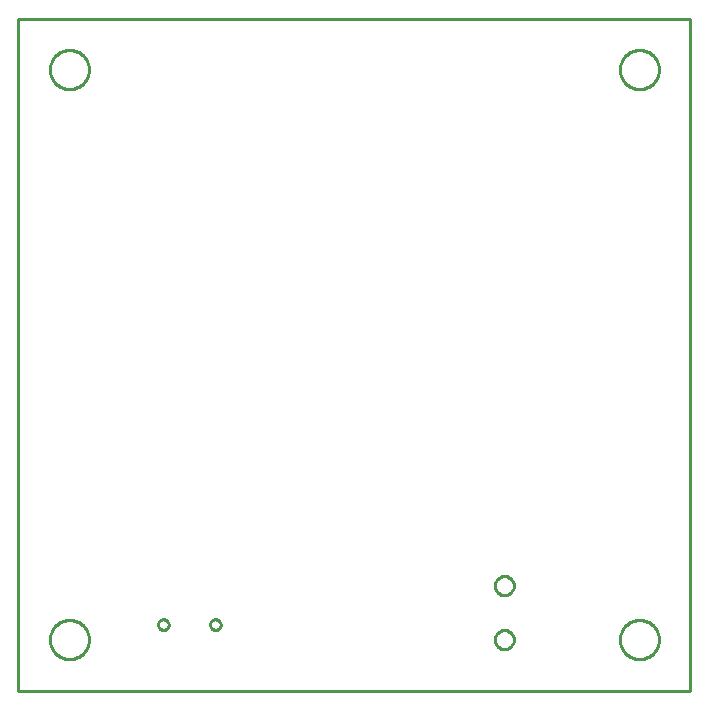
<source format=gbr>
G04 EAGLE Gerber RS-274X export*
G75*
%MOMM*%
%FSLAX34Y34*%
%LPD*%
%IN*%
%IPPOS*%
%AMOC8*
5,1,8,0,0,1.08239X$1,22.5*%
G01*
%ADD10C,0.254000*%


D10*
X-5080Y-5080D02*
X563880Y-5080D01*
X563880Y563880D01*
X-5080Y563880D01*
X-5080Y-5080D01*
X537210Y37560D02*
X537139Y36481D01*
X536998Y35409D01*
X536787Y34349D01*
X536508Y33305D01*
X536160Y32281D01*
X535746Y31283D01*
X535268Y30313D01*
X534728Y29377D01*
X534127Y28478D01*
X533469Y27621D01*
X532757Y26808D01*
X531992Y26044D01*
X531179Y25331D01*
X530322Y24673D01*
X529423Y24072D01*
X528487Y23532D01*
X527517Y23054D01*
X526519Y22640D01*
X525495Y22292D01*
X524451Y22013D01*
X523391Y21802D01*
X522319Y21661D01*
X521240Y21590D01*
X520160Y21590D01*
X519081Y21661D01*
X518009Y21802D01*
X516949Y22013D01*
X515905Y22292D01*
X514881Y22640D01*
X513883Y23054D01*
X512913Y23532D01*
X511977Y24072D01*
X511078Y24673D01*
X510221Y25331D01*
X509408Y26044D01*
X508644Y26808D01*
X507931Y27621D01*
X507273Y28478D01*
X506672Y29377D01*
X506132Y30313D01*
X505654Y31283D01*
X505240Y32281D01*
X504892Y33305D01*
X504613Y34349D01*
X504402Y35409D01*
X504261Y36481D01*
X504190Y37560D01*
X504190Y38640D01*
X504261Y39719D01*
X504402Y40791D01*
X504613Y41851D01*
X504892Y42895D01*
X505240Y43919D01*
X505654Y44917D01*
X506132Y45887D01*
X506672Y46823D01*
X507273Y47722D01*
X507931Y48579D01*
X508644Y49392D01*
X509408Y50157D01*
X510221Y50869D01*
X511078Y51527D01*
X511977Y52128D01*
X512913Y52668D01*
X513883Y53146D01*
X514881Y53560D01*
X515905Y53908D01*
X516949Y54187D01*
X518009Y54398D01*
X519081Y54539D01*
X520160Y54610D01*
X521240Y54610D01*
X522319Y54539D01*
X523391Y54398D01*
X524451Y54187D01*
X525495Y53908D01*
X526519Y53560D01*
X527517Y53146D01*
X528487Y52668D01*
X529423Y52128D01*
X530322Y51527D01*
X531179Y50869D01*
X531992Y50157D01*
X532757Y49392D01*
X533469Y48579D01*
X534127Y47722D01*
X534728Y46823D01*
X535268Y45887D01*
X535746Y44917D01*
X536160Y43919D01*
X536508Y42895D01*
X536787Y41851D01*
X536998Y40791D01*
X537139Y39719D01*
X537210Y38640D01*
X537210Y37560D01*
X54610Y37560D02*
X54539Y36481D01*
X54398Y35409D01*
X54187Y34349D01*
X53908Y33305D01*
X53560Y32281D01*
X53146Y31283D01*
X52668Y30313D01*
X52128Y29377D01*
X51527Y28478D01*
X50869Y27621D01*
X50157Y26808D01*
X49392Y26044D01*
X48579Y25331D01*
X47722Y24673D01*
X46823Y24072D01*
X45887Y23532D01*
X44917Y23054D01*
X43919Y22640D01*
X42895Y22292D01*
X41851Y22013D01*
X40791Y21802D01*
X39719Y21661D01*
X38640Y21590D01*
X37560Y21590D01*
X36481Y21661D01*
X35409Y21802D01*
X34349Y22013D01*
X33305Y22292D01*
X32281Y22640D01*
X31283Y23054D01*
X30313Y23532D01*
X29377Y24072D01*
X28478Y24673D01*
X27621Y25331D01*
X26808Y26044D01*
X26044Y26808D01*
X25331Y27621D01*
X24673Y28478D01*
X24072Y29377D01*
X23532Y30313D01*
X23054Y31283D01*
X22640Y32281D01*
X22292Y33305D01*
X22013Y34349D01*
X21802Y35409D01*
X21661Y36481D01*
X21590Y37560D01*
X21590Y38640D01*
X21661Y39719D01*
X21802Y40791D01*
X22013Y41851D01*
X22292Y42895D01*
X22640Y43919D01*
X23054Y44917D01*
X23532Y45887D01*
X24072Y46823D01*
X24673Y47722D01*
X25331Y48579D01*
X26044Y49392D01*
X26808Y50157D01*
X27621Y50869D01*
X28478Y51527D01*
X29377Y52128D01*
X30313Y52668D01*
X31283Y53146D01*
X32281Y53560D01*
X33305Y53908D01*
X34349Y54187D01*
X35409Y54398D01*
X36481Y54539D01*
X37560Y54610D01*
X38640Y54610D01*
X39719Y54539D01*
X40791Y54398D01*
X41851Y54187D01*
X42895Y53908D01*
X43919Y53560D01*
X44917Y53146D01*
X45887Y52668D01*
X46823Y52128D01*
X47722Y51527D01*
X48579Y50869D01*
X49392Y50157D01*
X50157Y49392D01*
X50869Y48579D01*
X51527Y47722D01*
X52128Y46823D01*
X52668Y45887D01*
X53146Y44917D01*
X53560Y43919D01*
X53908Y42895D01*
X54187Y41851D01*
X54398Y40791D01*
X54539Y39719D01*
X54610Y38640D01*
X54610Y37560D01*
X537210Y520160D02*
X537139Y519081D01*
X536998Y518009D01*
X536787Y516949D01*
X536508Y515905D01*
X536160Y514881D01*
X535746Y513883D01*
X535268Y512913D01*
X534728Y511977D01*
X534127Y511078D01*
X533469Y510221D01*
X532757Y509408D01*
X531992Y508644D01*
X531179Y507931D01*
X530322Y507273D01*
X529423Y506672D01*
X528487Y506132D01*
X527517Y505654D01*
X526519Y505240D01*
X525495Y504892D01*
X524451Y504613D01*
X523391Y504402D01*
X522319Y504261D01*
X521240Y504190D01*
X520160Y504190D01*
X519081Y504261D01*
X518009Y504402D01*
X516949Y504613D01*
X515905Y504892D01*
X514881Y505240D01*
X513883Y505654D01*
X512913Y506132D01*
X511977Y506672D01*
X511078Y507273D01*
X510221Y507931D01*
X509408Y508644D01*
X508644Y509408D01*
X507931Y510221D01*
X507273Y511078D01*
X506672Y511977D01*
X506132Y512913D01*
X505654Y513883D01*
X505240Y514881D01*
X504892Y515905D01*
X504613Y516949D01*
X504402Y518009D01*
X504261Y519081D01*
X504190Y520160D01*
X504190Y521240D01*
X504261Y522319D01*
X504402Y523391D01*
X504613Y524451D01*
X504892Y525495D01*
X505240Y526519D01*
X505654Y527517D01*
X506132Y528487D01*
X506672Y529423D01*
X507273Y530322D01*
X507931Y531179D01*
X508644Y531992D01*
X509408Y532757D01*
X510221Y533469D01*
X511078Y534127D01*
X511977Y534728D01*
X512913Y535268D01*
X513883Y535746D01*
X514881Y536160D01*
X515905Y536508D01*
X516949Y536787D01*
X518009Y536998D01*
X519081Y537139D01*
X520160Y537210D01*
X521240Y537210D01*
X522319Y537139D01*
X523391Y536998D01*
X524451Y536787D01*
X525495Y536508D01*
X526519Y536160D01*
X527517Y535746D01*
X528487Y535268D01*
X529423Y534728D01*
X530322Y534127D01*
X531179Y533469D01*
X531992Y532757D01*
X532757Y531992D01*
X533469Y531179D01*
X534127Y530322D01*
X534728Y529423D01*
X535268Y528487D01*
X535746Y527517D01*
X536160Y526519D01*
X536508Y525495D01*
X536787Y524451D01*
X536998Y523391D01*
X537139Y522319D01*
X537210Y521240D01*
X537210Y520160D01*
X54610Y520160D02*
X54539Y519081D01*
X54398Y518009D01*
X54187Y516949D01*
X53908Y515905D01*
X53560Y514881D01*
X53146Y513883D01*
X52668Y512913D01*
X52128Y511977D01*
X51527Y511078D01*
X50869Y510221D01*
X50157Y509408D01*
X49392Y508644D01*
X48579Y507931D01*
X47722Y507273D01*
X46823Y506672D01*
X45887Y506132D01*
X44917Y505654D01*
X43919Y505240D01*
X42895Y504892D01*
X41851Y504613D01*
X40791Y504402D01*
X39719Y504261D01*
X38640Y504190D01*
X37560Y504190D01*
X36481Y504261D01*
X35409Y504402D01*
X34349Y504613D01*
X33305Y504892D01*
X32281Y505240D01*
X31283Y505654D01*
X30313Y506132D01*
X29377Y506672D01*
X28478Y507273D01*
X27621Y507931D01*
X26808Y508644D01*
X26044Y509408D01*
X25331Y510221D01*
X24673Y511078D01*
X24072Y511977D01*
X23532Y512913D01*
X23054Y513883D01*
X22640Y514881D01*
X22292Y515905D01*
X22013Y516949D01*
X21802Y518009D01*
X21661Y519081D01*
X21590Y520160D01*
X21590Y521240D01*
X21661Y522319D01*
X21802Y523391D01*
X22013Y524451D01*
X22292Y525495D01*
X22640Y526519D01*
X23054Y527517D01*
X23532Y528487D01*
X24072Y529423D01*
X24673Y530322D01*
X25331Y531179D01*
X26044Y531992D01*
X26808Y532757D01*
X27621Y533469D01*
X28478Y534127D01*
X29377Y534728D01*
X30313Y535268D01*
X31283Y535746D01*
X32281Y536160D01*
X33305Y536508D01*
X34349Y536787D01*
X35409Y536998D01*
X36481Y537139D01*
X37560Y537210D01*
X38640Y537210D01*
X39719Y537139D01*
X40791Y536998D01*
X41851Y536787D01*
X42895Y536508D01*
X43919Y536160D01*
X44917Y535746D01*
X45887Y535268D01*
X46823Y534728D01*
X47722Y534127D01*
X48579Y533469D01*
X49392Y532757D01*
X50157Y531992D01*
X50869Y531179D01*
X51527Y530322D01*
X52128Y529423D01*
X52668Y528487D01*
X53146Y527517D01*
X53560Y526519D01*
X53908Y525495D01*
X54187Y524451D01*
X54398Y523391D01*
X54539Y522319D01*
X54610Y521240D01*
X54610Y520160D01*
X117995Y55300D02*
X118580Y55223D01*
X119150Y55070D01*
X119695Y54845D01*
X120205Y54550D01*
X120673Y54191D01*
X121091Y53773D01*
X121450Y53305D01*
X121745Y52795D01*
X121970Y52250D01*
X122123Y51680D01*
X122200Y51095D01*
X122200Y50505D01*
X122123Y49920D01*
X121970Y49350D01*
X121745Y48805D01*
X121450Y48295D01*
X121091Y47827D01*
X120673Y47409D01*
X120205Y47050D01*
X119695Y46755D01*
X119150Y46530D01*
X118580Y46377D01*
X117995Y46300D01*
X117405Y46300D01*
X116820Y46377D01*
X116250Y46530D01*
X115705Y46755D01*
X115195Y47050D01*
X114727Y47409D01*
X114309Y47827D01*
X113950Y48295D01*
X113655Y48805D01*
X113430Y49350D01*
X113277Y49920D01*
X113200Y50505D01*
X113200Y51095D01*
X113277Y51680D01*
X113430Y52250D01*
X113655Y52795D01*
X113950Y53305D01*
X114309Y53773D01*
X114727Y54191D01*
X115195Y54550D01*
X115705Y54845D01*
X116250Y55070D01*
X116820Y55223D01*
X117405Y55300D01*
X117995Y55300D01*
X161995Y55300D02*
X162580Y55223D01*
X163150Y55070D01*
X163695Y54845D01*
X164205Y54550D01*
X164673Y54191D01*
X165091Y53773D01*
X165450Y53305D01*
X165745Y52795D01*
X165970Y52250D01*
X166123Y51680D01*
X166200Y51095D01*
X166200Y50505D01*
X166123Y49920D01*
X165970Y49350D01*
X165745Y48805D01*
X165450Y48295D01*
X165091Y47827D01*
X164673Y47409D01*
X164205Y47050D01*
X163695Y46755D01*
X163150Y46530D01*
X162580Y46377D01*
X161995Y46300D01*
X161405Y46300D01*
X160820Y46377D01*
X160250Y46530D01*
X159705Y46755D01*
X159195Y47050D01*
X158727Y47409D01*
X158309Y47827D01*
X157950Y48295D01*
X157655Y48805D01*
X157430Y49350D01*
X157277Y49920D01*
X157200Y50505D01*
X157200Y51095D01*
X157277Y51680D01*
X157430Y52250D01*
X157655Y52795D01*
X157950Y53305D01*
X158309Y53773D01*
X158727Y54191D01*
X159195Y54550D01*
X159705Y54845D01*
X160250Y55070D01*
X160820Y55223D01*
X161405Y55300D01*
X161995Y55300D01*
X406793Y46100D02*
X407575Y46023D01*
X408346Y45870D01*
X409098Y45641D01*
X409825Y45341D01*
X410518Y44970D01*
X411171Y44533D01*
X411779Y44035D01*
X412335Y43479D01*
X412833Y42871D01*
X413270Y42218D01*
X413641Y41525D01*
X413941Y40798D01*
X414170Y40046D01*
X414323Y39275D01*
X414400Y38493D01*
X414400Y37707D01*
X414323Y36925D01*
X414170Y36154D01*
X413941Y35402D01*
X413641Y34675D01*
X413270Y33982D01*
X412833Y33329D01*
X412335Y32721D01*
X411779Y32165D01*
X411171Y31667D01*
X410518Y31230D01*
X409825Y30859D01*
X409098Y30559D01*
X408346Y30330D01*
X407575Y30177D01*
X406793Y30100D01*
X406007Y30100D01*
X405225Y30177D01*
X404454Y30330D01*
X403702Y30559D01*
X402975Y30859D01*
X402282Y31230D01*
X401629Y31667D01*
X401021Y32165D01*
X400465Y32721D01*
X399967Y33329D01*
X399530Y33982D01*
X399159Y34675D01*
X398859Y35402D01*
X398630Y36154D01*
X398477Y36925D01*
X398400Y37707D01*
X398400Y38493D01*
X398477Y39275D01*
X398630Y40046D01*
X398859Y40798D01*
X399159Y41525D01*
X399530Y42218D01*
X399967Y42871D01*
X400465Y43479D01*
X401021Y44035D01*
X401629Y44533D01*
X402282Y44970D01*
X402975Y45341D01*
X403702Y45641D01*
X404454Y45870D01*
X405225Y46023D01*
X406007Y46100D01*
X406793Y46100D01*
X406793Y91820D02*
X407575Y91743D01*
X408346Y91590D01*
X409098Y91361D01*
X409825Y91061D01*
X410518Y90690D01*
X411171Y90253D01*
X411779Y89755D01*
X412335Y89199D01*
X412833Y88591D01*
X413270Y87938D01*
X413641Y87245D01*
X413941Y86518D01*
X414170Y85766D01*
X414323Y84995D01*
X414400Y84213D01*
X414400Y83427D01*
X414323Y82645D01*
X414170Y81874D01*
X413941Y81122D01*
X413641Y80395D01*
X413270Y79702D01*
X412833Y79049D01*
X412335Y78441D01*
X411779Y77885D01*
X411171Y77387D01*
X410518Y76950D01*
X409825Y76579D01*
X409098Y76279D01*
X408346Y76050D01*
X407575Y75897D01*
X406793Y75820D01*
X406007Y75820D01*
X405225Y75897D01*
X404454Y76050D01*
X403702Y76279D01*
X402975Y76579D01*
X402282Y76950D01*
X401629Y77387D01*
X401021Y77885D01*
X400465Y78441D01*
X399967Y79049D01*
X399530Y79702D01*
X399159Y80395D01*
X398859Y81122D01*
X398630Y81874D01*
X398477Y82645D01*
X398400Y83427D01*
X398400Y84213D01*
X398477Y84995D01*
X398630Y85766D01*
X398859Y86518D01*
X399159Y87245D01*
X399530Y87938D01*
X399967Y88591D01*
X400465Y89199D01*
X401021Y89755D01*
X401629Y90253D01*
X402282Y90690D01*
X402975Y91061D01*
X403702Y91361D01*
X404454Y91590D01*
X405225Y91743D01*
X406007Y91820D01*
X406793Y91820D01*
X406007Y46100D02*
X405225Y46023D01*
X404454Y45870D01*
X403702Y45641D01*
X402975Y45341D01*
X402282Y44970D01*
X401629Y44533D01*
X401021Y44035D01*
X400465Y43479D01*
X399967Y42871D01*
X399530Y42218D01*
X399159Y41525D01*
X398859Y40798D01*
X398630Y40046D01*
X398477Y39275D01*
X398400Y38493D01*
X398400Y37707D01*
X398477Y36925D01*
X398630Y36154D01*
X398859Y35402D01*
X399159Y34675D01*
X399530Y33982D01*
X399967Y33329D01*
X400465Y32721D01*
X401021Y32165D01*
X401629Y31667D01*
X402282Y31230D01*
X402975Y30859D01*
X403702Y30559D01*
X404454Y30330D01*
X405225Y30177D01*
X406007Y30100D01*
X406793Y30100D01*
X407575Y30177D01*
X408346Y30330D01*
X409098Y30559D01*
X409825Y30859D01*
X410518Y31230D01*
X411171Y31667D01*
X411779Y32165D01*
X412335Y32721D01*
X412833Y33329D01*
X413270Y33982D01*
X413641Y34675D01*
X413941Y35402D01*
X414170Y36154D01*
X414323Y36925D01*
X414400Y37707D01*
X414400Y38493D01*
X414323Y39275D01*
X414170Y40046D01*
X413941Y40798D01*
X413641Y41525D01*
X413270Y42218D01*
X412833Y42871D01*
X412335Y43479D01*
X411779Y44035D01*
X411171Y44533D01*
X410518Y44970D01*
X409825Y45341D01*
X409098Y45641D01*
X408346Y45870D01*
X407575Y46023D01*
X406793Y46100D01*
X406007Y46100D01*
X406007Y91820D02*
X405225Y91743D01*
X404454Y91590D01*
X403702Y91361D01*
X402975Y91061D01*
X402282Y90690D01*
X401629Y90253D01*
X401021Y89755D01*
X400465Y89199D01*
X399967Y88591D01*
X399530Y87938D01*
X399159Y87245D01*
X398859Y86518D01*
X398630Y85766D01*
X398477Y84995D01*
X398400Y84213D01*
X398400Y83427D01*
X398477Y82645D01*
X398630Y81874D01*
X398859Y81122D01*
X399159Y80395D01*
X399530Y79702D01*
X399967Y79049D01*
X400465Y78441D01*
X401021Y77885D01*
X401629Y77387D01*
X402282Y76950D01*
X402975Y76579D01*
X403702Y76279D01*
X404454Y76050D01*
X405225Y75897D01*
X406007Y75820D01*
X406793Y75820D01*
X407575Y75897D01*
X408346Y76050D01*
X409098Y76279D01*
X409825Y76579D01*
X410518Y76950D01*
X411171Y77387D01*
X411779Y77885D01*
X412335Y78441D01*
X412833Y79049D01*
X413270Y79702D01*
X413641Y80395D01*
X413941Y81122D01*
X414170Y81874D01*
X414323Y82645D01*
X414400Y83427D01*
X414400Y84213D01*
X414323Y84995D01*
X414170Y85766D01*
X413941Y86518D01*
X413641Y87245D01*
X413270Y87938D01*
X412833Y88591D01*
X412335Y89199D01*
X411779Y89755D01*
X411171Y90253D01*
X410518Y90690D01*
X409825Y91061D01*
X409098Y91361D01*
X408346Y91590D01*
X407575Y91743D01*
X406793Y91820D01*
X406007Y91820D01*
M02*

</source>
